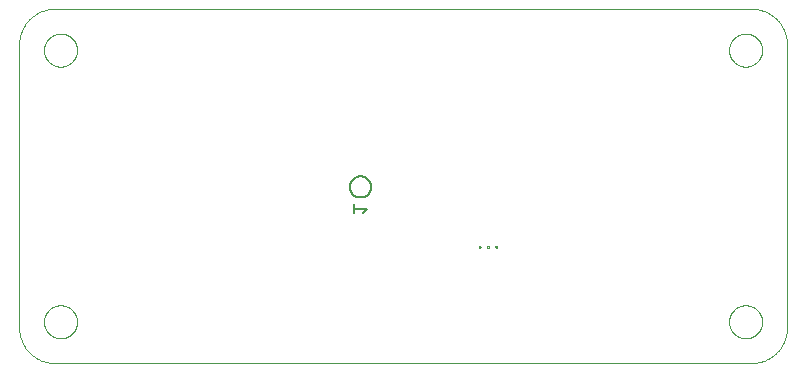
<source format=gbo>
G75*
%MOIN*%
%OFA0B0*%
%FSLAX25Y25*%
%IPPOS*%
%LPD*%
%AMOC8*
5,1,8,0,0,1.08239X$1,22.5*
%
%ADD10C,0.00000*%
%ADD11C,0.00500*%
D10*
X0016811Y0006117D02*
X0249094Y0006117D01*
X0249379Y0006120D01*
X0249665Y0006131D01*
X0249950Y0006148D01*
X0250234Y0006172D01*
X0250518Y0006203D01*
X0250801Y0006241D01*
X0251082Y0006286D01*
X0251363Y0006337D01*
X0251643Y0006395D01*
X0251921Y0006460D01*
X0252197Y0006532D01*
X0252471Y0006610D01*
X0252744Y0006695D01*
X0253014Y0006787D01*
X0253282Y0006885D01*
X0253548Y0006989D01*
X0253811Y0007100D01*
X0254071Y0007217D01*
X0254329Y0007340D01*
X0254583Y0007470D01*
X0254834Y0007606D01*
X0255082Y0007747D01*
X0255326Y0007895D01*
X0255567Y0008048D01*
X0255803Y0008208D01*
X0256036Y0008373D01*
X0256265Y0008543D01*
X0256490Y0008719D01*
X0256710Y0008901D01*
X0256926Y0009087D01*
X0257137Y0009279D01*
X0257344Y0009476D01*
X0257546Y0009678D01*
X0257743Y0009885D01*
X0257935Y0010096D01*
X0258121Y0010312D01*
X0258303Y0010532D01*
X0258479Y0010757D01*
X0258649Y0010986D01*
X0258814Y0011219D01*
X0258974Y0011455D01*
X0259127Y0011696D01*
X0259275Y0011940D01*
X0259416Y0012188D01*
X0259552Y0012439D01*
X0259682Y0012693D01*
X0259805Y0012951D01*
X0259922Y0013211D01*
X0260033Y0013474D01*
X0260137Y0013740D01*
X0260235Y0014008D01*
X0260327Y0014278D01*
X0260412Y0014551D01*
X0260490Y0014825D01*
X0260562Y0015101D01*
X0260627Y0015379D01*
X0260685Y0015659D01*
X0260736Y0015940D01*
X0260781Y0016221D01*
X0260819Y0016504D01*
X0260850Y0016788D01*
X0260874Y0017072D01*
X0260891Y0017357D01*
X0260902Y0017643D01*
X0260905Y0017928D01*
X0260906Y0017928D02*
X0260906Y0112416D01*
X0260905Y0112416D02*
X0260902Y0112701D01*
X0260891Y0112987D01*
X0260874Y0113272D01*
X0260850Y0113556D01*
X0260819Y0113840D01*
X0260781Y0114123D01*
X0260736Y0114404D01*
X0260685Y0114685D01*
X0260627Y0114965D01*
X0260562Y0115243D01*
X0260490Y0115519D01*
X0260412Y0115793D01*
X0260327Y0116066D01*
X0260235Y0116336D01*
X0260137Y0116604D01*
X0260033Y0116870D01*
X0259922Y0117133D01*
X0259805Y0117393D01*
X0259682Y0117651D01*
X0259552Y0117905D01*
X0259416Y0118156D01*
X0259275Y0118404D01*
X0259127Y0118648D01*
X0258974Y0118889D01*
X0258814Y0119125D01*
X0258649Y0119358D01*
X0258479Y0119587D01*
X0258303Y0119812D01*
X0258121Y0120032D01*
X0257935Y0120248D01*
X0257743Y0120459D01*
X0257546Y0120666D01*
X0257344Y0120868D01*
X0257137Y0121065D01*
X0256926Y0121257D01*
X0256710Y0121443D01*
X0256490Y0121625D01*
X0256265Y0121801D01*
X0256036Y0121971D01*
X0255803Y0122136D01*
X0255567Y0122296D01*
X0255326Y0122449D01*
X0255082Y0122597D01*
X0254834Y0122738D01*
X0254583Y0122874D01*
X0254329Y0123004D01*
X0254071Y0123127D01*
X0253811Y0123244D01*
X0253548Y0123355D01*
X0253282Y0123459D01*
X0253014Y0123557D01*
X0252744Y0123649D01*
X0252471Y0123734D01*
X0252197Y0123812D01*
X0251921Y0123884D01*
X0251643Y0123949D01*
X0251363Y0124007D01*
X0251082Y0124058D01*
X0250801Y0124103D01*
X0250518Y0124141D01*
X0250234Y0124172D01*
X0249950Y0124196D01*
X0249665Y0124213D01*
X0249379Y0124224D01*
X0249094Y0124227D01*
X0016811Y0124227D01*
X0016526Y0124224D01*
X0016240Y0124213D01*
X0015955Y0124196D01*
X0015671Y0124172D01*
X0015387Y0124141D01*
X0015104Y0124103D01*
X0014823Y0124058D01*
X0014542Y0124007D01*
X0014262Y0123949D01*
X0013984Y0123884D01*
X0013708Y0123812D01*
X0013434Y0123734D01*
X0013161Y0123649D01*
X0012891Y0123557D01*
X0012623Y0123459D01*
X0012357Y0123355D01*
X0012094Y0123244D01*
X0011834Y0123127D01*
X0011576Y0123004D01*
X0011322Y0122874D01*
X0011071Y0122738D01*
X0010823Y0122597D01*
X0010579Y0122449D01*
X0010338Y0122296D01*
X0010102Y0122136D01*
X0009869Y0121971D01*
X0009640Y0121801D01*
X0009415Y0121625D01*
X0009195Y0121443D01*
X0008979Y0121257D01*
X0008768Y0121065D01*
X0008561Y0120868D01*
X0008359Y0120666D01*
X0008162Y0120459D01*
X0007970Y0120248D01*
X0007784Y0120032D01*
X0007602Y0119812D01*
X0007426Y0119587D01*
X0007256Y0119358D01*
X0007091Y0119125D01*
X0006931Y0118889D01*
X0006778Y0118648D01*
X0006630Y0118404D01*
X0006489Y0118156D01*
X0006353Y0117905D01*
X0006223Y0117651D01*
X0006100Y0117393D01*
X0005983Y0117133D01*
X0005872Y0116870D01*
X0005768Y0116604D01*
X0005670Y0116336D01*
X0005578Y0116066D01*
X0005493Y0115793D01*
X0005415Y0115519D01*
X0005343Y0115243D01*
X0005278Y0114965D01*
X0005220Y0114685D01*
X0005169Y0114404D01*
X0005124Y0114123D01*
X0005086Y0113840D01*
X0005055Y0113556D01*
X0005031Y0113272D01*
X0005014Y0112987D01*
X0005003Y0112701D01*
X0005000Y0112416D01*
X0005000Y0017928D01*
X0005003Y0017643D01*
X0005014Y0017357D01*
X0005031Y0017072D01*
X0005055Y0016788D01*
X0005086Y0016504D01*
X0005124Y0016221D01*
X0005169Y0015940D01*
X0005220Y0015659D01*
X0005278Y0015379D01*
X0005343Y0015101D01*
X0005415Y0014825D01*
X0005493Y0014551D01*
X0005578Y0014278D01*
X0005670Y0014008D01*
X0005768Y0013740D01*
X0005872Y0013474D01*
X0005983Y0013211D01*
X0006100Y0012951D01*
X0006223Y0012693D01*
X0006353Y0012439D01*
X0006489Y0012188D01*
X0006630Y0011940D01*
X0006778Y0011696D01*
X0006931Y0011455D01*
X0007091Y0011219D01*
X0007256Y0010986D01*
X0007426Y0010757D01*
X0007602Y0010532D01*
X0007784Y0010312D01*
X0007970Y0010096D01*
X0008162Y0009885D01*
X0008359Y0009678D01*
X0008561Y0009476D01*
X0008768Y0009279D01*
X0008979Y0009087D01*
X0009195Y0008901D01*
X0009415Y0008719D01*
X0009640Y0008543D01*
X0009869Y0008373D01*
X0010102Y0008208D01*
X0010338Y0008048D01*
X0010579Y0007895D01*
X0010823Y0007747D01*
X0011071Y0007606D01*
X0011322Y0007470D01*
X0011576Y0007340D01*
X0011834Y0007217D01*
X0012094Y0007100D01*
X0012357Y0006989D01*
X0012623Y0006885D01*
X0012891Y0006787D01*
X0013161Y0006695D01*
X0013434Y0006610D01*
X0013708Y0006532D01*
X0013984Y0006460D01*
X0014262Y0006395D01*
X0014542Y0006337D01*
X0014823Y0006286D01*
X0015104Y0006241D01*
X0015387Y0006203D01*
X0015671Y0006172D01*
X0015955Y0006148D01*
X0016240Y0006131D01*
X0016526Y0006120D01*
X0016811Y0006117D01*
X0013268Y0019896D02*
X0013270Y0020044D01*
X0013276Y0020192D01*
X0013286Y0020340D01*
X0013300Y0020487D01*
X0013318Y0020634D01*
X0013339Y0020780D01*
X0013365Y0020926D01*
X0013395Y0021071D01*
X0013428Y0021215D01*
X0013466Y0021358D01*
X0013507Y0021500D01*
X0013552Y0021641D01*
X0013600Y0021781D01*
X0013653Y0021920D01*
X0013709Y0022057D01*
X0013769Y0022192D01*
X0013832Y0022326D01*
X0013899Y0022458D01*
X0013970Y0022588D01*
X0014044Y0022716D01*
X0014121Y0022842D01*
X0014202Y0022966D01*
X0014286Y0023088D01*
X0014373Y0023207D01*
X0014464Y0023324D01*
X0014558Y0023439D01*
X0014654Y0023551D01*
X0014754Y0023661D01*
X0014856Y0023767D01*
X0014962Y0023871D01*
X0015070Y0023972D01*
X0015181Y0024070D01*
X0015294Y0024166D01*
X0015410Y0024258D01*
X0015528Y0024347D01*
X0015649Y0024432D01*
X0015772Y0024515D01*
X0015897Y0024594D01*
X0016024Y0024670D01*
X0016153Y0024742D01*
X0016284Y0024811D01*
X0016417Y0024876D01*
X0016552Y0024937D01*
X0016688Y0024995D01*
X0016825Y0025050D01*
X0016964Y0025100D01*
X0017105Y0025147D01*
X0017246Y0025190D01*
X0017389Y0025230D01*
X0017533Y0025265D01*
X0017677Y0025297D01*
X0017823Y0025324D01*
X0017969Y0025348D01*
X0018116Y0025368D01*
X0018263Y0025384D01*
X0018410Y0025396D01*
X0018558Y0025404D01*
X0018706Y0025408D01*
X0018854Y0025408D01*
X0019002Y0025404D01*
X0019150Y0025396D01*
X0019297Y0025384D01*
X0019444Y0025368D01*
X0019591Y0025348D01*
X0019737Y0025324D01*
X0019883Y0025297D01*
X0020027Y0025265D01*
X0020171Y0025230D01*
X0020314Y0025190D01*
X0020455Y0025147D01*
X0020596Y0025100D01*
X0020735Y0025050D01*
X0020872Y0024995D01*
X0021008Y0024937D01*
X0021143Y0024876D01*
X0021276Y0024811D01*
X0021407Y0024742D01*
X0021536Y0024670D01*
X0021663Y0024594D01*
X0021788Y0024515D01*
X0021911Y0024432D01*
X0022032Y0024347D01*
X0022150Y0024258D01*
X0022266Y0024166D01*
X0022379Y0024070D01*
X0022490Y0023972D01*
X0022598Y0023871D01*
X0022704Y0023767D01*
X0022806Y0023661D01*
X0022906Y0023551D01*
X0023002Y0023439D01*
X0023096Y0023324D01*
X0023187Y0023207D01*
X0023274Y0023088D01*
X0023358Y0022966D01*
X0023439Y0022842D01*
X0023516Y0022716D01*
X0023590Y0022588D01*
X0023661Y0022458D01*
X0023728Y0022326D01*
X0023791Y0022192D01*
X0023851Y0022057D01*
X0023907Y0021920D01*
X0023960Y0021781D01*
X0024008Y0021641D01*
X0024053Y0021500D01*
X0024094Y0021358D01*
X0024132Y0021215D01*
X0024165Y0021071D01*
X0024195Y0020926D01*
X0024221Y0020780D01*
X0024242Y0020634D01*
X0024260Y0020487D01*
X0024274Y0020340D01*
X0024284Y0020192D01*
X0024290Y0020044D01*
X0024292Y0019896D01*
X0024290Y0019748D01*
X0024284Y0019600D01*
X0024274Y0019452D01*
X0024260Y0019305D01*
X0024242Y0019158D01*
X0024221Y0019012D01*
X0024195Y0018866D01*
X0024165Y0018721D01*
X0024132Y0018577D01*
X0024094Y0018434D01*
X0024053Y0018292D01*
X0024008Y0018151D01*
X0023960Y0018011D01*
X0023907Y0017872D01*
X0023851Y0017735D01*
X0023791Y0017600D01*
X0023728Y0017466D01*
X0023661Y0017334D01*
X0023590Y0017204D01*
X0023516Y0017076D01*
X0023439Y0016950D01*
X0023358Y0016826D01*
X0023274Y0016704D01*
X0023187Y0016585D01*
X0023096Y0016468D01*
X0023002Y0016353D01*
X0022906Y0016241D01*
X0022806Y0016131D01*
X0022704Y0016025D01*
X0022598Y0015921D01*
X0022490Y0015820D01*
X0022379Y0015722D01*
X0022266Y0015626D01*
X0022150Y0015534D01*
X0022032Y0015445D01*
X0021911Y0015360D01*
X0021788Y0015277D01*
X0021663Y0015198D01*
X0021536Y0015122D01*
X0021407Y0015050D01*
X0021276Y0014981D01*
X0021143Y0014916D01*
X0021008Y0014855D01*
X0020872Y0014797D01*
X0020735Y0014742D01*
X0020596Y0014692D01*
X0020455Y0014645D01*
X0020314Y0014602D01*
X0020171Y0014562D01*
X0020027Y0014527D01*
X0019883Y0014495D01*
X0019737Y0014468D01*
X0019591Y0014444D01*
X0019444Y0014424D01*
X0019297Y0014408D01*
X0019150Y0014396D01*
X0019002Y0014388D01*
X0018854Y0014384D01*
X0018706Y0014384D01*
X0018558Y0014388D01*
X0018410Y0014396D01*
X0018263Y0014408D01*
X0018116Y0014424D01*
X0017969Y0014444D01*
X0017823Y0014468D01*
X0017677Y0014495D01*
X0017533Y0014527D01*
X0017389Y0014562D01*
X0017246Y0014602D01*
X0017105Y0014645D01*
X0016964Y0014692D01*
X0016825Y0014742D01*
X0016688Y0014797D01*
X0016552Y0014855D01*
X0016417Y0014916D01*
X0016284Y0014981D01*
X0016153Y0015050D01*
X0016024Y0015122D01*
X0015897Y0015198D01*
X0015772Y0015277D01*
X0015649Y0015360D01*
X0015528Y0015445D01*
X0015410Y0015534D01*
X0015294Y0015626D01*
X0015181Y0015722D01*
X0015070Y0015820D01*
X0014962Y0015921D01*
X0014856Y0016025D01*
X0014754Y0016131D01*
X0014654Y0016241D01*
X0014558Y0016353D01*
X0014464Y0016468D01*
X0014373Y0016585D01*
X0014286Y0016704D01*
X0014202Y0016826D01*
X0014121Y0016950D01*
X0014044Y0017076D01*
X0013970Y0017204D01*
X0013899Y0017334D01*
X0013832Y0017466D01*
X0013769Y0017600D01*
X0013709Y0017735D01*
X0013653Y0017872D01*
X0013600Y0018011D01*
X0013552Y0018151D01*
X0013507Y0018292D01*
X0013466Y0018434D01*
X0013428Y0018577D01*
X0013395Y0018721D01*
X0013365Y0018866D01*
X0013339Y0019012D01*
X0013318Y0019158D01*
X0013300Y0019305D01*
X0013286Y0019452D01*
X0013276Y0019600D01*
X0013270Y0019748D01*
X0013268Y0019896D01*
X0158199Y0044867D02*
X0158201Y0044901D01*
X0158207Y0044935D01*
X0158217Y0044968D01*
X0158230Y0044999D01*
X0158248Y0045029D01*
X0158268Y0045057D01*
X0158292Y0045082D01*
X0158318Y0045104D01*
X0158346Y0045122D01*
X0158377Y0045138D01*
X0158409Y0045150D01*
X0158443Y0045158D01*
X0158477Y0045162D01*
X0158511Y0045162D01*
X0158545Y0045158D01*
X0158579Y0045150D01*
X0158611Y0045138D01*
X0158641Y0045122D01*
X0158670Y0045104D01*
X0158696Y0045082D01*
X0158720Y0045057D01*
X0158740Y0045029D01*
X0158758Y0044999D01*
X0158771Y0044968D01*
X0158781Y0044935D01*
X0158787Y0044901D01*
X0158789Y0044867D01*
X0158787Y0044833D01*
X0158781Y0044799D01*
X0158771Y0044766D01*
X0158758Y0044735D01*
X0158740Y0044705D01*
X0158720Y0044677D01*
X0158696Y0044652D01*
X0158670Y0044630D01*
X0158642Y0044612D01*
X0158611Y0044596D01*
X0158579Y0044584D01*
X0158545Y0044576D01*
X0158511Y0044572D01*
X0158477Y0044572D01*
X0158443Y0044576D01*
X0158409Y0044584D01*
X0158377Y0044596D01*
X0158346Y0044612D01*
X0158318Y0044630D01*
X0158292Y0044652D01*
X0158268Y0044677D01*
X0158248Y0044705D01*
X0158230Y0044735D01*
X0158217Y0044766D01*
X0158207Y0044799D01*
X0158201Y0044833D01*
X0158199Y0044867D01*
X0160955Y0044867D02*
X0160957Y0044901D01*
X0160963Y0044935D01*
X0160973Y0044968D01*
X0160986Y0044999D01*
X0161004Y0045029D01*
X0161024Y0045057D01*
X0161048Y0045082D01*
X0161074Y0045104D01*
X0161102Y0045122D01*
X0161133Y0045138D01*
X0161165Y0045150D01*
X0161199Y0045158D01*
X0161233Y0045162D01*
X0161267Y0045162D01*
X0161301Y0045158D01*
X0161335Y0045150D01*
X0161367Y0045138D01*
X0161397Y0045122D01*
X0161426Y0045104D01*
X0161452Y0045082D01*
X0161476Y0045057D01*
X0161496Y0045029D01*
X0161514Y0044999D01*
X0161527Y0044968D01*
X0161537Y0044935D01*
X0161543Y0044901D01*
X0161545Y0044867D01*
X0161543Y0044833D01*
X0161537Y0044799D01*
X0161527Y0044766D01*
X0161514Y0044735D01*
X0161496Y0044705D01*
X0161476Y0044677D01*
X0161452Y0044652D01*
X0161426Y0044630D01*
X0161398Y0044612D01*
X0161367Y0044596D01*
X0161335Y0044584D01*
X0161301Y0044576D01*
X0161267Y0044572D01*
X0161233Y0044572D01*
X0161199Y0044576D01*
X0161165Y0044584D01*
X0161133Y0044596D01*
X0161102Y0044612D01*
X0161074Y0044630D01*
X0161048Y0044652D01*
X0161024Y0044677D01*
X0161004Y0044705D01*
X0160986Y0044735D01*
X0160973Y0044766D01*
X0160963Y0044799D01*
X0160957Y0044833D01*
X0160955Y0044867D01*
X0163711Y0044867D02*
X0163713Y0044901D01*
X0163719Y0044935D01*
X0163729Y0044968D01*
X0163742Y0044999D01*
X0163760Y0045029D01*
X0163780Y0045057D01*
X0163804Y0045082D01*
X0163830Y0045104D01*
X0163858Y0045122D01*
X0163889Y0045138D01*
X0163921Y0045150D01*
X0163955Y0045158D01*
X0163989Y0045162D01*
X0164023Y0045162D01*
X0164057Y0045158D01*
X0164091Y0045150D01*
X0164123Y0045138D01*
X0164153Y0045122D01*
X0164182Y0045104D01*
X0164208Y0045082D01*
X0164232Y0045057D01*
X0164252Y0045029D01*
X0164270Y0044999D01*
X0164283Y0044968D01*
X0164293Y0044935D01*
X0164299Y0044901D01*
X0164301Y0044867D01*
X0164299Y0044833D01*
X0164293Y0044799D01*
X0164283Y0044766D01*
X0164270Y0044735D01*
X0164252Y0044705D01*
X0164232Y0044677D01*
X0164208Y0044652D01*
X0164182Y0044630D01*
X0164154Y0044612D01*
X0164123Y0044596D01*
X0164091Y0044584D01*
X0164057Y0044576D01*
X0164023Y0044572D01*
X0163989Y0044572D01*
X0163955Y0044576D01*
X0163921Y0044584D01*
X0163889Y0044596D01*
X0163858Y0044612D01*
X0163830Y0044630D01*
X0163804Y0044652D01*
X0163780Y0044677D01*
X0163760Y0044705D01*
X0163742Y0044735D01*
X0163729Y0044766D01*
X0163719Y0044799D01*
X0163713Y0044833D01*
X0163711Y0044867D01*
X0241614Y0019896D02*
X0241616Y0020044D01*
X0241622Y0020192D01*
X0241632Y0020340D01*
X0241646Y0020487D01*
X0241664Y0020634D01*
X0241685Y0020780D01*
X0241711Y0020926D01*
X0241741Y0021071D01*
X0241774Y0021215D01*
X0241812Y0021358D01*
X0241853Y0021500D01*
X0241898Y0021641D01*
X0241946Y0021781D01*
X0241999Y0021920D01*
X0242055Y0022057D01*
X0242115Y0022192D01*
X0242178Y0022326D01*
X0242245Y0022458D01*
X0242316Y0022588D01*
X0242390Y0022716D01*
X0242467Y0022842D01*
X0242548Y0022966D01*
X0242632Y0023088D01*
X0242719Y0023207D01*
X0242810Y0023324D01*
X0242904Y0023439D01*
X0243000Y0023551D01*
X0243100Y0023661D01*
X0243202Y0023767D01*
X0243308Y0023871D01*
X0243416Y0023972D01*
X0243527Y0024070D01*
X0243640Y0024166D01*
X0243756Y0024258D01*
X0243874Y0024347D01*
X0243995Y0024432D01*
X0244118Y0024515D01*
X0244243Y0024594D01*
X0244370Y0024670D01*
X0244499Y0024742D01*
X0244630Y0024811D01*
X0244763Y0024876D01*
X0244898Y0024937D01*
X0245034Y0024995D01*
X0245171Y0025050D01*
X0245310Y0025100D01*
X0245451Y0025147D01*
X0245592Y0025190D01*
X0245735Y0025230D01*
X0245879Y0025265D01*
X0246023Y0025297D01*
X0246169Y0025324D01*
X0246315Y0025348D01*
X0246462Y0025368D01*
X0246609Y0025384D01*
X0246756Y0025396D01*
X0246904Y0025404D01*
X0247052Y0025408D01*
X0247200Y0025408D01*
X0247348Y0025404D01*
X0247496Y0025396D01*
X0247643Y0025384D01*
X0247790Y0025368D01*
X0247937Y0025348D01*
X0248083Y0025324D01*
X0248229Y0025297D01*
X0248373Y0025265D01*
X0248517Y0025230D01*
X0248660Y0025190D01*
X0248801Y0025147D01*
X0248942Y0025100D01*
X0249081Y0025050D01*
X0249218Y0024995D01*
X0249354Y0024937D01*
X0249489Y0024876D01*
X0249622Y0024811D01*
X0249753Y0024742D01*
X0249882Y0024670D01*
X0250009Y0024594D01*
X0250134Y0024515D01*
X0250257Y0024432D01*
X0250378Y0024347D01*
X0250496Y0024258D01*
X0250612Y0024166D01*
X0250725Y0024070D01*
X0250836Y0023972D01*
X0250944Y0023871D01*
X0251050Y0023767D01*
X0251152Y0023661D01*
X0251252Y0023551D01*
X0251348Y0023439D01*
X0251442Y0023324D01*
X0251533Y0023207D01*
X0251620Y0023088D01*
X0251704Y0022966D01*
X0251785Y0022842D01*
X0251862Y0022716D01*
X0251936Y0022588D01*
X0252007Y0022458D01*
X0252074Y0022326D01*
X0252137Y0022192D01*
X0252197Y0022057D01*
X0252253Y0021920D01*
X0252306Y0021781D01*
X0252354Y0021641D01*
X0252399Y0021500D01*
X0252440Y0021358D01*
X0252478Y0021215D01*
X0252511Y0021071D01*
X0252541Y0020926D01*
X0252567Y0020780D01*
X0252588Y0020634D01*
X0252606Y0020487D01*
X0252620Y0020340D01*
X0252630Y0020192D01*
X0252636Y0020044D01*
X0252638Y0019896D01*
X0252636Y0019748D01*
X0252630Y0019600D01*
X0252620Y0019452D01*
X0252606Y0019305D01*
X0252588Y0019158D01*
X0252567Y0019012D01*
X0252541Y0018866D01*
X0252511Y0018721D01*
X0252478Y0018577D01*
X0252440Y0018434D01*
X0252399Y0018292D01*
X0252354Y0018151D01*
X0252306Y0018011D01*
X0252253Y0017872D01*
X0252197Y0017735D01*
X0252137Y0017600D01*
X0252074Y0017466D01*
X0252007Y0017334D01*
X0251936Y0017204D01*
X0251862Y0017076D01*
X0251785Y0016950D01*
X0251704Y0016826D01*
X0251620Y0016704D01*
X0251533Y0016585D01*
X0251442Y0016468D01*
X0251348Y0016353D01*
X0251252Y0016241D01*
X0251152Y0016131D01*
X0251050Y0016025D01*
X0250944Y0015921D01*
X0250836Y0015820D01*
X0250725Y0015722D01*
X0250612Y0015626D01*
X0250496Y0015534D01*
X0250378Y0015445D01*
X0250257Y0015360D01*
X0250134Y0015277D01*
X0250009Y0015198D01*
X0249882Y0015122D01*
X0249753Y0015050D01*
X0249622Y0014981D01*
X0249489Y0014916D01*
X0249354Y0014855D01*
X0249218Y0014797D01*
X0249081Y0014742D01*
X0248942Y0014692D01*
X0248801Y0014645D01*
X0248660Y0014602D01*
X0248517Y0014562D01*
X0248373Y0014527D01*
X0248229Y0014495D01*
X0248083Y0014468D01*
X0247937Y0014444D01*
X0247790Y0014424D01*
X0247643Y0014408D01*
X0247496Y0014396D01*
X0247348Y0014388D01*
X0247200Y0014384D01*
X0247052Y0014384D01*
X0246904Y0014388D01*
X0246756Y0014396D01*
X0246609Y0014408D01*
X0246462Y0014424D01*
X0246315Y0014444D01*
X0246169Y0014468D01*
X0246023Y0014495D01*
X0245879Y0014527D01*
X0245735Y0014562D01*
X0245592Y0014602D01*
X0245451Y0014645D01*
X0245310Y0014692D01*
X0245171Y0014742D01*
X0245034Y0014797D01*
X0244898Y0014855D01*
X0244763Y0014916D01*
X0244630Y0014981D01*
X0244499Y0015050D01*
X0244370Y0015122D01*
X0244243Y0015198D01*
X0244118Y0015277D01*
X0243995Y0015360D01*
X0243874Y0015445D01*
X0243756Y0015534D01*
X0243640Y0015626D01*
X0243527Y0015722D01*
X0243416Y0015820D01*
X0243308Y0015921D01*
X0243202Y0016025D01*
X0243100Y0016131D01*
X0243000Y0016241D01*
X0242904Y0016353D01*
X0242810Y0016468D01*
X0242719Y0016585D01*
X0242632Y0016704D01*
X0242548Y0016826D01*
X0242467Y0016950D01*
X0242390Y0017076D01*
X0242316Y0017204D01*
X0242245Y0017334D01*
X0242178Y0017466D01*
X0242115Y0017600D01*
X0242055Y0017735D01*
X0241999Y0017872D01*
X0241946Y0018011D01*
X0241898Y0018151D01*
X0241853Y0018292D01*
X0241812Y0018434D01*
X0241774Y0018577D01*
X0241741Y0018721D01*
X0241711Y0018866D01*
X0241685Y0019012D01*
X0241664Y0019158D01*
X0241646Y0019305D01*
X0241632Y0019452D01*
X0241622Y0019600D01*
X0241616Y0019748D01*
X0241614Y0019896D01*
X0241614Y0110447D02*
X0241616Y0110595D01*
X0241622Y0110743D01*
X0241632Y0110891D01*
X0241646Y0111038D01*
X0241664Y0111185D01*
X0241685Y0111331D01*
X0241711Y0111477D01*
X0241741Y0111622D01*
X0241774Y0111766D01*
X0241812Y0111909D01*
X0241853Y0112051D01*
X0241898Y0112192D01*
X0241946Y0112332D01*
X0241999Y0112471D01*
X0242055Y0112608D01*
X0242115Y0112743D01*
X0242178Y0112877D01*
X0242245Y0113009D01*
X0242316Y0113139D01*
X0242390Y0113267D01*
X0242467Y0113393D01*
X0242548Y0113517D01*
X0242632Y0113639D01*
X0242719Y0113758D01*
X0242810Y0113875D01*
X0242904Y0113990D01*
X0243000Y0114102D01*
X0243100Y0114212D01*
X0243202Y0114318D01*
X0243308Y0114422D01*
X0243416Y0114523D01*
X0243527Y0114621D01*
X0243640Y0114717D01*
X0243756Y0114809D01*
X0243874Y0114898D01*
X0243995Y0114983D01*
X0244118Y0115066D01*
X0244243Y0115145D01*
X0244370Y0115221D01*
X0244499Y0115293D01*
X0244630Y0115362D01*
X0244763Y0115427D01*
X0244898Y0115488D01*
X0245034Y0115546D01*
X0245171Y0115601D01*
X0245310Y0115651D01*
X0245451Y0115698D01*
X0245592Y0115741D01*
X0245735Y0115781D01*
X0245879Y0115816D01*
X0246023Y0115848D01*
X0246169Y0115875D01*
X0246315Y0115899D01*
X0246462Y0115919D01*
X0246609Y0115935D01*
X0246756Y0115947D01*
X0246904Y0115955D01*
X0247052Y0115959D01*
X0247200Y0115959D01*
X0247348Y0115955D01*
X0247496Y0115947D01*
X0247643Y0115935D01*
X0247790Y0115919D01*
X0247937Y0115899D01*
X0248083Y0115875D01*
X0248229Y0115848D01*
X0248373Y0115816D01*
X0248517Y0115781D01*
X0248660Y0115741D01*
X0248801Y0115698D01*
X0248942Y0115651D01*
X0249081Y0115601D01*
X0249218Y0115546D01*
X0249354Y0115488D01*
X0249489Y0115427D01*
X0249622Y0115362D01*
X0249753Y0115293D01*
X0249882Y0115221D01*
X0250009Y0115145D01*
X0250134Y0115066D01*
X0250257Y0114983D01*
X0250378Y0114898D01*
X0250496Y0114809D01*
X0250612Y0114717D01*
X0250725Y0114621D01*
X0250836Y0114523D01*
X0250944Y0114422D01*
X0251050Y0114318D01*
X0251152Y0114212D01*
X0251252Y0114102D01*
X0251348Y0113990D01*
X0251442Y0113875D01*
X0251533Y0113758D01*
X0251620Y0113639D01*
X0251704Y0113517D01*
X0251785Y0113393D01*
X0251862Y0113267D01*
X0251936Y0113139D01*
X0252007Y0113009D01*
X0252074Y0112877D01*
X0252137Y0112743D01*
X0252197Y0112608D01*
X0252253Y0112471D01*
X0252306Y0112332D01*
X0252354Y0112192D01*
X0252399Y0112051D01*
X0252440Y0111909D01*
X0252478Y0111766D01*
X0252511Y0111622D01*
X0252541Y0111477D01*
X0252567Y0111331D01*
X0252588Y0111185D01*
X0252606Y0111038D01*
X0252620Y0110891D01*
X0252630Y0110743D01*
X0252636Y0110595D01*
X0252638Y0110447D01*
X0252636Y0110299D01*
X0252630Y0110151D01*
X0252620Y0110003D01*
X0252606Y0109856D01*
X0252588Y0109709D01*
X0252567Y0109563D01*
X0252541Y0109417D01*
X0252511Y0109272D01*
X0252478Y0109128D01*
X0252440Y0108985D01*
X0252399Y0108843D01*
X0252354Y0108702D01*
X0252306Y0108562D01*
X0252253Y0108423D01*
X0252197Y0108286D01*
X0252137Y0108151D01*
X0252074Y0108017D01*
X0252007Y0107885D01*
X0251936Y0107755D01*
X0251862Y0107627D01*
X0251785Y0107501D01*
X0251704Y0107377D01*
X0251620Y0107255D01*
X0251533Y0107136D01*
X0251442Y0107019D01*
X0251348Y0106904D01*
X0251252Y0106792D01*
X0251152Y0106682D01*
X0251050Y0106576D01*
X0250944Y0106472D01*
X0250836Y0106371D01*
X0250725Y0106273D01*
X0250612Y0106177D01*
X0250496Y0106085D01*
X0250378Y0105996D01*
X0250257Y0105911D01*
X0250134Y0105828D01*
X0250009Y0105749D01*
X0249882Y0105673D01*
X0249753Y0105601D01*
X0249622Y0105532D01*
X0249489Y0105467D01*
X0249354Y0105406D01*
X0249218Y0105348D01*
X0249081Y0105293D01*
X0248942Y0105243D01*
X0248801Y0105196D01*
X0248660Y0105153D01*
X0248517Y0105113D01*
X0248373Y0105078D01*
X0248229Y0105046D01*
X0248083Y0105019D01*
X0247937Y0104995D01*
X0247790Y0104975D01*
X0247643Y0104959D01*
X0247496Y0104947D01*
X0247348Y0104939D01*
X0247200Y0104935D01*
X0247052Y0104935D01*
X0246904Y0104939D01*
X0246756Y0104947D01*
X0246609Y0104959D01*
X0246462Y0104975D01*
X0246315Y0104995D01*
X0246169Y0105019D01*
X0246023Y0105046D01*
X0245879Y0105078D01*
X0245735Y0105113D01*
X0245592Y0105153D01*
X0245451Y0105196D01*
X0245310Y0105243D01*
X0245171Y0105293D01*
X0245034Y0105348D01*
X0244898Y0105406D01*
X0244763Y0105467D01*
X0244630Y0105532D01*
X0244499Y0105601D01*
X0244370Y0105673D01*
X0244243Y0105749D01*
X0244118Y0105828D01*
X0243995Y0105911D01*
X0243874Y0105996D01*
X0243756Y0106085D01*
X0243640Y0106177D01*
X0243527Y0106273D01*
X0243416Y0106371D01*
X0243308Y0106472D01*
X0243202Y0106576D01*
X0243100Y0106682D01*
X0243000Y0106792D01*
X0242904Y0106904D01*
X0242810Y0107019D01*
X0242719Y0107136D01*
X0242632Y0107255D01*
X0242548Y0107377D01*
X0242467Y0107501D01*
X0242390Y0107627D01*
X0242316Y0107755D01*
X0242245Y0107885D01*
X0242178Y0108017D01*
X0242115Y0108151D01*
X0242055Y0108286D01*
X0241999Y0108423D01*
X0241946Y0108562D01*
X0241898Y0108702D01*
X0241853Y0108843D01*
X0241812Y0108985D01*
X0241774Y0109128D01*
X0241741Y0109272D01*
X0241711Y0109417D01*
X0241685Y0109563D01*
X0241664Y0109709D01*
X0241646Y0109856D01*
X0241632Y0110003D01*
X0241622Y0110151D01*
X0241616Y0110299D01*
X0241614Y0110447D01*
X0013268Y0110447D02*
X0013270Y0110595D01*
X0013276Y0110743D01*
X0013286Y0110891D01*
X0013300Y0111038D01*
X0013318Y0111185D01*
X0013339Y0111331D01*
X0013365Y0111477D01*
X0013395Y0111622D01*
X0013428Y0111766D01*
X0013466Y0111909D01*
X0013507Y0112051D01*
X0013552Y0112192D01*
X0013600Y0112332D01*
X0013653Y0112471D01*
X0013709Y0112608D01*
X0013769Y0112743D01*
X0013832Y0112877D01*
X0013899Y0113009D01*
X0013970Y0113139D01*
X0014044Y0113267D01*
X0014121Y0113393D01*
X0014202Y0113517D01*
X0014286Y0113639D01*
X0014373Y0113758D01*
X0014464Y0113875D01*
X0014558Y0113990D01*
X0014654Y0114102D01*
X0014754Y0114212D01*
X0014856Y0114318D01*
X0014962Y0114422D01*
X0015070Y0114523D01*
X0015181Y0114621D01*
X0015294Y0114717D01*
X0015410Y0114809D01*
X0015528Y0114898D01*
X0015649Y0114983D01*
X0015772Y0115066D01*
X0015897Y0115145D01*
X0016024Y0115221D01*
X0016153Y0115293D01*
X0016284Y0115362D01*
X0016417Y0115427D01*
X0016552Y0115488D01*
X0016688Y0115546D01*
X0016825Y0115601D01*
X0016964Y0115651D01*
X0017105Y0115698D01*
X0017246Y0115741D01*
X0017389Y0115781D01*
X0017533Y0115816D01*
X0017677Y0115848D01*
X0017823Y0115875D01*
X0017969Y0115899D01*
X0018116Y0115919D01*
X0018263Y0115935D01*
X0018410Y0115947D01*
X0018558Y0115955D01*
X0018706Y0115959D01*
X0018854Y0115959D01*
X0019002Y0115955D01*
X0019150Y0115947D01*
X0019297Y0115935D01*
X0019444Y0115919D01*
X0019591Y0115899D01*
X0019737Y0115875D01*
X0019883Y0115848D01*
X0020027Y0115816D01*
X0020171Y0115781D01*
X0020314Y0115741D01*
X0020455Y0115698D01*
X0020596Y0115651D01*
X0020735Y0115601D01*
X0020872Y0115546D01*
X0021008Y0115488D01*
X0021143Y0115427D01*
X0021276Y0115362D01*
X0021407Y0115293D01*
X0021536Y0115221D01*
X0021663Y0115145D01*
X0021788Y0115066D01*
X0021911Y0114983D01*
X0022032Y0114898D01*
X0022150Y0114809D01*
X0022266Y0114717D01*
X0022379Y0114621D01*
X0022490Y0114523D01*
X0022598Y0114422D01*
X0022704Y0114318D01*
X0022806Y0114212D01*
X0022906Y0114102D01*
X0023002Y0113990D01*
X0023096Y0113875D01*
X0023187Y0113758D01*
X0023274Y0113639D01*
X0023358Y0113517D01*
X0023439Y0113393D01*
X0023516Y0113267D01*
X0023590Y0113139D01*
X0023661Y0113009D01*
X0023728Y0112877D01*
X0023791Y0112743D01*
X0023851Y0112608D01*
X0023907Y0112471D01*
X0023960Y0112332D01*
X0024008Y0112192D01*
X0024053Y0112051D01*
X0024094Y0111909D01*
X0024132Y0111766D01*
X0024165Y0111622D01*
X0024195Y0111477D01*
X0024221Y0111331D01*
X0024242Y0111185D01*
X0024260Y0111038D01*
X0024274Y0110891D01*
X0024284Y0110743D01*
X0024290Y0110595D01*
X0024292Y0110447D01*
X0024290Y0110299D01*
X0024284Y0110151D01*
X0024274Y0110003D01*
X0024260Y0109856D01*
X0024242Y0109709D01*
X0024221Y0109563D01*
X0024195Y0109417D01*
X0024165Y0109272D01*
X0024132Y0109128D01*
X0024094Y0108985D01*
X0024053Y0108843D01*
X0024008Y0108702D01*
X0023960Y0108562D01*
X0023907Y0108423D01*
X0023851Y0108286D01*
X0023791Y0108151D01*
X0023728Y0108017D01*
X0023661Y0107885D01*
X0023590Y0107755D01*
X0023516Y0107627D01*
X0023439Y0107501D01*
X0023358Y0107377D01*
X0023274Y0107255D01*
X0023187Y0107136D01*
X0023096Y0107019D01*
X0023002Y0106904D01*
X0022906Y0106792D01*
X0022806Y0106682D01*
X0022704Y0106576D01*
X0022598Y0106472D01*
X0022490Y0106371D01*
X0022379Y0106273D01*
X0022266Y0106177D01*
X0022150Y0106085D01*
X0022032Y0105996D01*
X0021911Y0105911D01*
X0021788Y0105828D01*
X0021663Y0105749D01*
X0021536Y0105673D01*
X0021407Y0105601D01*
X0021276Y0105532D01*
X0021143Y0105467D01*
X0021008Y0105406D01*
X0020872Y0105348D01*
X0020735Y0105293D01*
X0020596Y0105243D01*
X0020455Y0105196D01*
X0020314Y0105153D01*
X0020171Y0105113D01*
X0020027Y0105078D01*
X0019883Y0105046D01*
X0019737Y0105019D01*
X0019591Y0104995D01*
X0019444Y0104975D01*
X0019297Y0104959D01*
X0019150Y0104947D01*
X0019002Y0104939D01*
X0018854Y0104935D01*
X0018706Y0104935D01*
X0018558Y0104939D01*
X0018410Y0104947D01*
X0018263Y0104959D01*
X0018116Y0104975D01*
X0017969Y0104995D01*
X0017823Y0105019D01*
X0017677Y0105046D01*
X0017533Y0105078D01*
X0017389Y0105113D01*
X0017246Y0105153D01*
X0017105Y0105196D01*
X0016964Y0105243D01*
X0016825Y0105293D01*
X0016688Y0105348D01*
X0016552Y0105406D01*
X0016417Y0105467D01*
X0016284Y0105532D01*
X0016153Y0105601D01*
X0016024Y0105673D01*
X0015897Y0105749D01*
X0015772Y0105828D01*
X0015649Y0105911D01*
X0015528Y0105996D01*
X0015410Y0106085D01*
X0015294Y0106177D01*
X0015181Y0106273D01*
X0015070Y0106371D01*
X0014962Y0106472D01*
X0014856Y0106576D01*
X0014754Y0106682D01*
X0014654Y0106792D01*
X0014558Y0106904D01*
X0014464Y0107019D01*
X0014373Y0107136D01*
X0014286Y0107255D01*
X0014202Y0107377D01*
X0014121Y0107501D01*
X0014044Y0107627D01*
X0013970Y0107755D01*
X0013899Y0107885D01*
X0013832Y0108017D01*
X0013769Y0108151D01*
X0013709Y0108286D01*
X0013653Y0108423D01*
X0013600Y0108562D01*
X0013552Y0108702D01*
X0013507Y0108843D01*
X0013466Y0108985D01*
X0013428Y0109128D01*
X0013395Y0109272D01*
X0013365Y0109417D01*
X0013339Y0109563D01*
X0013318Y0109709D01*
X0013300Y0109856D01*
X0013286Y0110003D01*
X0013276Y0110151D01*
X0013270Y0110299D01*
X0013268Y0110447D01*
D11*
X0115214Y0064867D02*
X0115216Y0064986D01*
X0115222Y0065104D01*
X0115232Y0065223D01*
X0115246Y0065341D01*
X0115264Y0065458D01*
X0115286Y0065575D01*
X0115311Y0065691D01*
X0115341Y0065806D01*
X0115374Y0065920D01*
X0115412Y0066033D01*
X0115453Y0066144D01*
X0115498Y0066254D01*
X0115546Y0066363D01*
X0115598Y0066470D01*
X0115654Y0066575D01*
X0115713Y0066678D01*
X0115775Y0066779D01*
X0115841Y0066878D01*
X0115910Y0066974D01*
X0115983Y0067068D01*
X0116058Y0067160D01*
X0116137Y0067249D01*
X0116218Y0067336D01*
X0116303Y0067419D01*
X0116390Y0067500D01*
X0116480Y0067578D01*
X0116572Y0067653D01*
X0116667Y0067724D01*
X0116764Y0067793D01*
X0116863Y0067858D01*
X0116965Y0067919D01*
X0117068Y0067978D01*
X0117174Y0068032D01*
X0117281Y0068083D01*
X0117390Y0068131D01*
X0117500Y0068175D01*
X0117612Y0068215D01*
X0117725Y0068251D01*
X0117840Y0068284D01*
X0117955Y0068312D01*
X0118071Y0068337D01*
X0118188Y0068358D01*
X0118306Y0068375D01*
X0118424Y0068388D01*
X0118542Y0068397D01*
X0118661Y0068402D01*
X0118780Y0068403D01*
X0118898Y0068400D01*
X0119017Y0068393D01*
X0119135Y0068382D01*
X0119253Y0068367D01*
X0119371Y0068348D01*
X0119487Y0068325D01*
X0119603Y0068299D01*
X0119718Y0068268D01*
X0119831Y0068234D01*
X0119944Y0068195D01*
X0120055Y0068153D01*
X0120165Y0068108D01*
X0120273Y0068058D01*
X0120379Y0068005D01*
X0120484Y0067949D01*
X0120586Y0067889D01*
X0120687Y0067826D01*
X0120785Y0067759D01*
X0120881Y0067689D01*
X0120975Y0067616D01*
X0121066Y0067539D01*
X0121154Y0067460D01*
X0121240Y0067378D01*
X0121323Y0067293D01*
X0121403Y0067205D01*
X0121480Y0067115D01*
X0121554Y0067022D01*
X0121625Y0066926D01*
X0121692Y0066828D01*
X0121756Y0066728D01*
X0121817Y0066626D01*
X0121875Y0066522D01*
X0121928Y0066416D01*
X0121979Y0066309D01*
X0122025Y0066200D01*
X0122068Y0066089D01*
X0122107Y0065977D01*
X0122143Y0065863D01*
X0122174Y0065749D01*
X0122202Y0065633D01*
X0122226Y0065517D01*
X0122246Y0065400D01*
X0122262Y0065282D01*
X0122274Y0065164D01*
X0122282Y0065045D01*
X0122286Y0064926D01*
X0122286Y0064808D01*
X0122282Y0064689D01*
X0122274Y0064570D01*
X0122262Y0064452D01*
X0122246Y0064334D01*
X0122226Y0064217D01*
X0122202Y0064101D01*
X0122174Y0063985D01*
X0122143Y0063871D01*
X0122107Y0063757D01*
X0122068Y0063645D01*
X0122025Y0063534D01*
X0121979Y0063425D01*
X0121928Y0063318D01*
X0121875Y0063212D01*
X0121817Y0063108D01*
X0121756Y0063006D01*
X0121692Y0062906D01*
X0121625Y0062808D01*
X0121554Y0062712D01*
X0121480Y0062619D01*
X0121403Y0062529D01*
X0121323Y0062441D01*
X0121240Y0062356D01*
X0121154Y0062274D01*
X0121066Y0062195D01*
X0120975Y0062118D01*
X0120881Y0062045D01*
X0120785Y0061975D01*
X0120687Y0061908D01*
X0120586Y0061845D01*
X0120484Y0061785D01*
X0120379Y0061729D01*
X0120273Y0061676D01*
X0120165Y0061626D01*
X0120055Y0061581D01*
X0119944Y0061539D01*
X0119831Y0061500D01*
X0119718Y0061466D01*
X0119603Y0061435D01*
X0119487Y0061409D01*
X0119371Y0061386D01*
X0119253Y0061367D01*
X0119135Y0061352D01*
X0119017Y0061341D01*
X0118898Y0061334D01*
X0118780Y0061331D01*
X0118661Y0061332D01*
X0118542Y0061337D01*
X0118424Y0061346D01*
X0118306Y0061359D01*
X0118188Y0061376D01*
X0118071Y0061397D01*
X0117955Y0061422D01*
X0117840Y0061450D01*
X0117725Y0061483D01*
X0117612Y0061519D01*
X0117500Y0061559D01*
X0117390Y0061603D01*
X0117281Y0061651D01*
X0117174Y0061702D01*
X0117068Y0061756D01*
X0116965Y0061815D01*
X0116863Y0061876D01*
X0116764Y0061941D01*
X0116667Y0062010D01*
X0116572Y0062081D01*
X0116480Y0062156D01*
X0116390Y0062234D01*
X0116303Y0062315D01*
X0116218Y0062398D01*
X0116137Y0062485D01*
X0116058Y0062574D01*
X0115983Y0062666D01*
X0115910Y0062760D01*
X0115841Y0062856D01*
X0115775Y0062955D01*
X0115713Y0063056D01*
X0115654Y0063159D01*
X0115598Y0063264D01*
X0115546Y0063371D01*
X0115498Y0063480D01*
X0115453Y0063590D01*
X0115412Y0063701D01*
X0115374Y0063814D01*
X0115341Y0063928D01*
X0115311Y0064043D01*
X0115286Y0064159D01*
X0115264Y0064276D01*
X0115246Y0064393D01*
X0115232Y0064511D01*
X0115222Y0064630D01*
X0115216Y0064748D01*
X0115214Y0064867D01*
X0116500Y0059015D02*
X0116500Y0056013D01*
X0116500Y0057514D02*
X0121004Y0057514D01*
X0119503Y0056013D01*
M02*

</source>
